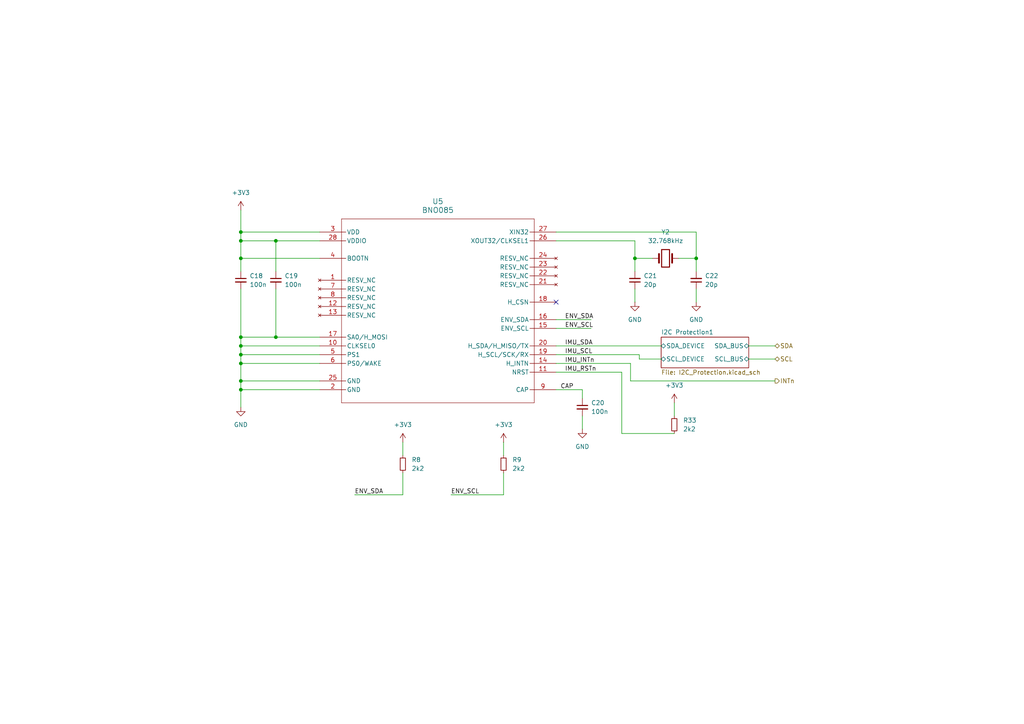
<source format=kicad_sch>
(kicad_sch (version 20231120) (generator "eeschema") (generator_version "8.0")
  (paper "A4")
  (lib_symbols
    (symbol "Argus-IC:BNO085" (pin_names (offset 0.254))
      (property "Reference" "U" (at 35.56 10.16 0))
      (property "Value" "BNO085" (at 35.56 7.62 0))
      (symbol "BNO085_0_1"
        (polyline (pts (xy 7.62 -48.26) (xy 63.5 -48.26)) (stroke (width 0.127)))
        (polyline (pts (xy 7.62 5.08) (xy 7.62 -48.26)) (stroke (width 0.127)))
        (polyline (pts (xy 63.5 -48.26) (xy 63.5 5.08)) (stroke (width 0.127)))
        (polyline (pts (xy 63.5 5.08) (xy 7.62 5.08)) (stroke (width 0.127)))
        (pin no_connect line (at 1.27 -12.7 0) (length 7.62) (name "RESV_NC") (number "1"))
        (pin input line (at 1.27 -31.75 0) (length 7.62) (name "CLKSEL0") (number "10"))
        (pin input line (at 69.85 -39.37 180) (length 7.62) (name "NRST") (number "11"))
        (pin no_connect line (at 1.27 -20.32 0) (length 7.62) (name "RESV_NC") (number "12"))
        (pin no_connect line (at 1.27 -22.86 0) (length 7.62) (name "RESV_NC") (number "13"))
        (pin output line (at 69.85 -36.83 180) (length 7.62) (name "H_INTN") (number "14"))
        (pin bidirectional line (at 69.85 -26.67 180) (length 7.62) (name "ENV_SCL") (number "15"))
        (pin bidirectional line (at 69.85 -24.13 180) (length 7.62) (name "ENV_SDA") (number "16"))
        (pin input line (at 1.27 -29.21 0) (length 7.62) (name "SA0/H_MOSI") (number "17"))
        (pin input line (at 69.85 -19.05 180) (length 7.62) (name "H_CSN") (number "18"))
        (pin bidirectional line (at 69.85 -34.29 180) (length 7.62) (name "H_SCL/SCK/RX") (number "19"))
        (pin power_out line (at 1.27 -44.45 0) (length 7.62) (name "GND") (number "2"))
        (pin bidirectional line (at 69.85 -31.75 180) (length 7.62) (name "H_SDA/H_MISO/TX") (number "20"))
        (pin no_connect line (at 69.85 -13.97 180) (length 7.62) (name "RESV_NC") (number "21"))
        (pin no_connect line (at 69.85 -11.43 180) (length 7.62) (name "RESV_NC") (number "22"))
        (pin no_connect line (at 69.85 -8.89 180) (length 7.62) (name "RESV_NC") (number "23"))
        (pin no_connect line (at 69.85 -6.35 180) (length 7.62) (name "RESV_NC") (number "24"))
        (pin power_out line (at 1.27 -41.91 0) (length 7.62) (name "GND") (number "25"))
        (pin output line (at 69.85 -1.27 180) (length 7.62) (name "XOUT32/CLKSEL1") (number "26"))
        (pin input line (at 69.85 1.27 180) (length 7.62) (name "XIN32") (number "27"))
        (pin power_in line (at 1.27 -1.27 0) (length 7.62) (name "VDDIO") (number "28"))
        (pin power_in line (at 1.27 1.27 0) (length 7.62) (name "VDD") (number "3"))
        (pin input line (at 1.27 -6.35 0) (length 7.62) (name "BOOTN") (number "4"))
        (pin input line (at 1.27 -34.29 0) (length 7.62) (name "PS1") (number "5"))
        (pin input line (at 1.27 -36.83 0) (length 7.62) (name "PS0/WAKE") (number "6"))
        (pin no_connect line (at 1.27 -15.24 0) (length 7.62) (name "RESV_NC") (number "7"))
        (pin no_connect line (at 1.27 -17.78 0) (length 7.62) (name "RESV_NC") (number "8"))
        (pin power_in line (at 69.85 -44.45 180) (length 7.62) (name "CAP") (number "9"))
      )
    )
    (symbol "Device:C_Small" (pin_numbers hide) (pin_names (offset 0.254) hide)
      (property "Reference" "C" (at 0.254 1.778 0))
      (property "Value" "C_Small" (at 0.254 -2.032 0))
      (symbol "C_Small_0_1"
        (polyline (pts (xy -1.524 -0.508) (xy 1.524 -0.508)) (stroke (width 0.3302)))
        (polyline (pts (xy -1.524 0.508) (xy 1.524 0.508)) (stroke (width 0.3048)))
      )
      (symbol "C_Small_1_1"
        (pin passive line (at 0 2.54 270) (length 2.032) (name "~") (number "1"))
        (pin passive line (at 0 -2.54 90) (length 2.032) (name "~") (number "2"))
      )
    )
    (symbol "Device:Crystal" (pin_numbers hide) (pin_names (offset 1.016) hide)
      (property "Reference" "Y" (at 0 3.81 0))
      (property "Value" "Crystal" (at 0 -3.81 0))
      (symbol "Crystal_0_1"
        (rectangle (start -1.143 2.54) (end 1.143 -2.54) (stroke (width 0.3048)))
        (polyline (pts (xy -2.54 0) (xy -1.905 0)))
        (polyline (pts (xy -1.905 -1.27) (xy -1.905 1.27)) (stroke (width 0.508)))
        (polyline (pts (xy 1.905 -1.27) (xy 1.905 1.27)) (stroke (width 0.508)))
        (polyline (pts (xy 2.54 0) (xy 1.905 0)))
      )
      (symbol "Crystal_1_1"
        (pin passive line (at -3.81 0 0) (length 1.27) (name "1") (number "1"))
        (pin passive line (at 3.81 0 180) (length 1.27) (name "2") (number "2"))
      )
    )
    (symbol "Device:R_Small" (pin_numbers hide) (pin_names (offset 0.254) hide)
      (property "Reference" "R" (at 0.762 0.508 0))
      (property "Value" "R_Small" (at 0.762 -1.016 0))
      (symbol "R_Small_0_1"
        (rectangle (start -0.762 1.778) (end 0.762 -1.778) (stroke (width 0.2032)))
      )
      (symbol "R_Small_1_1"
        (pin passive line (at 0 2.54 270) (length 0.762) (name "~") (number "1"))
        (pin passive line (at 0 -2.54 90) (length 0.762) (name "~") (number "2"))
      )
    )
    (symbol "power:+3V3" (power) (pin_numbers hide) (pin_names (offset 0) hide)
      (property "Value" "+3V3" (at 0 3.556 0))
      (symbol "+3V3_0_1"
        (polyline (pts (xy -0.762 1.27) (xy 0 2.54)))
        (polyline (pts (xy 0 0) (xy 0 2.54)))
        (polyline (pts (xy 0 2.54) (xy 0.762 1.27)))
      )
      (symbol "+3V3_1_1"
        (pin power_in line (at 0 0 90) (length 0) (name "~") (number "1"))
      )
    )
    (symbol "power:GND" (power) (pin_numbers hide) (pin_names (offset 0) hide)
      (property "Value" "GND" (at 0 -3.81 0))
      (symbol "GND_0_1"
        (polyline (pts (xy 0 0) (xy 0 -1.27) (xy 1.27 -1.27) (xy 0 -2.54) (xy -1.27 -1.27) (xy 0 -1.27)))
      )
      (symbol "GND_1_1"
        (pin power_in line (at 0 0 270) (length 0) (name "~") (number "1"))
      )
    )
  )
  (junction (at 69.85 113.03))
  (junction (at 69.85 74.93))
  (junction (at 69.85 100.33))
  (junction (at 69.85 110.49))
  (junction (at 69.85 102.87))
  (junction (at 80.01 97.79))
  (junction (at 69.85 69.85))
  (junction (at 69.85 97.79))
  (junction (at 69.85 105.41))
  (junction (at 201.93 74.93))
  (junction (at 69.85 67.31))
  (junction (at 184.15 74.93))
  (junction (at 80.01 69.85))
  (no_connect (at 161.29 87.63))
  (wire (pts (xy 69.85 83.82) (xy 69.85 97.79)))
  (wire (pts (xy 146.05 128.27) (xy 146.05 132.08)))
  (wire (pts (xy 69.85 110.49) (xy 69.85 113.03)))
  (wire (pts (xy 161.29 100.33) (xy 191.77 100.33)))
  (wire (pts (xy 69.85 69.85) (xy 80.01 69.85)))
  (wire (pts (xy 69.85 60.96) (xy 69.85 67.31)))
  (wire (pts (xy 69.85 113.03) (xy 69.85 118.11)))
  (wire (pts (xy 69.85 102.87) (xy 92.71 102.87)))
  (wire (pts (xy 69.85 67.31) (xy 92.71 67.31)))
  (wire (pts (xy 146.05 137.16) (xy 146.05 143.51)))
  (wire (pts (xy 195.58 116.84) (xy 195.58 120.65)))
  (wire (pts (xy 69.85 69.85) (xy 69.85 67.31)))
  (wire (pts (xy 69.85 74.93) (xy 92.71 74.93)))
  (wire (pts (xy 185.42 102.87) (xy 185.42 104.14)))
  (wire (pts (xy 217.17 104.14) (xy 224.79 104.14)))
  (wire (pts (xy 69.85 74.93) (xy 69.85 78.74)))
  (wire (pts (xy 161.29 102.87) (xy 185.42 102.87)))
  (wire (pts (xy 130.81 143.51) (xy 146.05 143.51)))
  (wire (pts (xy 161.29 67.31) (xy 201.93 67.31)))
  (wire (pts (xy 184.15 74.93) (xy 189.23 74.93)))
  (wire (pts (xy 102.87 143.51) (xy 116.84 143.51)))
  (wire (pts (xy 161.29 105.41) (xy 182.88 105.41)))
  (wire (pts (xy 80.01 97.79) (xy 69.85 97.79)))
  (wire (pts (xy 182.88 105.41) (xy 182.88 110.49)))
  (wire (pts (xy 168.91 113.03) (xy 168.91 115.57)))
  (wire (pts (xy 196.85 74.93) (xy 201.93 74.93)))
  (wire (pts (xy 80.01 83.82) (xy 80.01 97.79)))
  (wire (pts (xy 185.42 104.14) (xy 191.77 104.14)))
  (wire (pts (xy 161.29 92.71) (xy 171.45 92.71)))
  (wire (pts (xy 180.34 107.95) (xy 180.34 125.73)))
  (wire (pts (xy 184.15 69.85) (xy 184.15 74.93)))
  (wire (pts (xy 201.93 83.82) (xy 201.93 87.63)))
  (wire (pts (xy 161.29 113.03) (xy 168.91 113.03)))
  (wire (pts (xy 161.29 69.85) (xy 184.15 69.85)))
  (wire (pts (xy 80.01 69.85) (xy 80.01 78.74)))
  (wire (pts (xy 184.15 74.93) (xy 184.15 78.74)))
  (wire (pts (xy 201.93 67.31) (xy 201.93 74.93)))
  (wire (pts (xy 116.84 128.27) (xy 116.84 132.08)))
  (wire (pts (xy 161.29 95.25) (xy 171.45 95.25)))
  (wire (pts (xy 69.85 97.79) (xy 69.85 100.33)))
  (wire (pts (xy 116.84 137.16) (xy 116.84 143.51)))
  (wire (pts (xy 217.17 100.33) (xy 224.79 100.33)))
  (wire (pts (xy 201.93 74.93) (xy 201.93 78.74)))
  (wire (pts (xy 69.85 105.41) (xy 92.71 105.41)))
  (wire (pts (xy 69.85 102.87) (xy 69.85 105.41)))
  (wire (pts (xy 92.71 97.79) (xy 80.01 97.79)))
  (wire (pts (xy 184.15 83.82) (xy 184.15 87.63)))
  (wire (pts (xy 69.85 110.49) (xy 92.71 110.49)))
  (wire (pts (xy 69.85 100.33) (xy 69.85 102.87)))
  (wire (pts (xy 69.85 113.03) (xy 92.71 113.03)))
  (wire (pts (xy 69.85 74.93) (xy 69.85 69.85)))
  (wire (pts (xy 161.29 107.95) (xy 180.34 107.95)))
  (wire (pts (xy 69.85 100.33) (xy 92.71 100.33)))
  (wire (pts (xy 182.88 110.49) (xy 224.79 110.49)))
  (wire (pts (xy 69.85 105.41) (xy 69.85 110.49)))
  (wire (pts (xy 180.34 125.73) (xy 195.58 125.73)))
  (wire (pts (xy 80.01 69.85) (xy 92.71 69.85)))
  (wire (pts (xy 168.91 120.65) (xy 168.91 124.46)))
  (label "ENV_SDA" (at 163.83 92.71 0))
  (label "IMU_INTn" (at 163.83 105.41 0))
  (label "ENV_SCL" (at 130.81 143.51 0))
  (label "IMU_RSTn" (at 163.83 107.95 0))
  (label "ENV_SCL" (at 163.83 95.25 0))
  (label "CAP" (at 162.56 113.03 0))
  (label "IMU_SDA" (at 163.83 100.33 0))
  (label "ENV_SDA" (at 102.87 143.51 0))
  (label "IMU_SCL" (at 163.83 102.87 0))
  (hierarchical_label "INTn" (shape output) (at 224.79 110.49 0))
  (hierarchical_label "SCL" (shape bidirectional) (at 224.79 104.14 0))
  (hierarchical_label "SDA" (shape bidirectional) (at 224.79 100.33 0))
  (symbol (lib_id "power:+3V3") (at 69.85 60.96 0) (unit 1)
    (property "Reference" "#PWR043" (effects (hide yes)))
    (property "Value" "+3V3" (at 69.85 55.88 0))
    (property "Description" "Power symbol creates a global label with name \"+3V3\"" (effects (hide yes)))
  )
  (symbol (lib_id "power:GND") (at 168.91 124.46 0) (unit 1)
    (property "Reference" "#PWR065" (effects (hide yes)))
    (property "Value" "GND" (at 168.91 129.54 0))
    (property "Description" "Power symbol creates a global label with name \"GND\" , ground" (effects (hide yes)))
  )
  (symbol (lib_id "power:+3V3") (at 195.58 116.84 0) (unit 1)
    (property "Reference" "#PWR021" (effects (hide yes)))
    (property "Value" "+3V3" (at 195.58 111.76 0))
    (property "Description" "Power symbol creates a global label with name \"+3V3\"" (effects (hide yes)))
  )
  (symbol (lib_id "Device:C_Small") (at 201.93 81.28 180) (unit 1)
    (property "Reference" "C22" (at 204.47 80.0035 0) (effects (justify right)))
    (property "Value" "20p" (at 204.47 82.5435 0) (effects (justify right)))
    (property "Footprint" "Capacitor_SMD:C_0603_1608Metric" (effects (hide yes)))
    (property "Description" "Unpolarized capacitor, small symbol" (effects (hide yes)))
  )
  (symbol (lib_id "Device:Crystal") (at 193.04 74.93 180) (unit 1)
    (property "Reference" "Y2" (at 193.04 67.31 0))
    (property "Value" "32.768kHz" (at 193.04 69.85 0))
    (property "Footprint" "Crystal:Crystal_SMD_EuroQuartz_EQ161-2Pin_3.2x1.5mm" (effects (hide yes)))
    (property "Description" "Two pin crystal" (effects (hide yes)))
  )
  (symbol (lib_id "power:+3V3") (at 146.05 128.27 0) (unit 1)
    (property "Reference" "#PWR063" (effects (hide yes)))
    (property "Value" "+3V3" (at 146.05 123.19 0))
    (property "Description" "Power symbol creates a global label with name \"+3V3\"" (effects (hide yes)))
  )
  (symbol (lib_id "Argus-IC:BNO085") (at 91.44 68.58 0) (unit 1)
    (property "Reference" "U5" (at 127 58.42 0) (effects (font (size 1.524 1.524))))
    (property "Value" "BNO085" (at 127 60.96 0) (effects (font (size 1.524 1.524))))
    (property "Footprint" "Package_LGA:LGA-28_5.2x3.8mm_P0.5mm" (effects (hide yes)))
    (property "Datasheet" "BNO085" (effects (hide yes)))
  )
  (symbol (lib_id "Device:C_Small") (at 69.85 81.28 0) (unit 1)
    (property "Reference" "C18" (at 72.39 80.0162 0) (effects (justify left)))
    (property "Value" "100n" (at 72.39 82.5562 0) (effects (justify left)))
    (property "Footprint" "Capacitor_SMD:C_0603_1608Metric" (effects (hide yes)))
    (property "Description" "Unpolarized capacitor, small symbol" (effects (hide yes)))
  )
  (symbol (lib_id "power:+3V3") (at 116.84 128.27 0) (unit 1)
    (property "Reference" "#PWR044" (effects (hide yes)))
    (property "Value" "+3V3" (at 116.84 123.19 0))
    (property "Description" "Power symbol creates a global label with name \"+3V3\"" (effects (hide yes)))
  )
  (symbol (lib_id "Device:C_Small") (at 80.01 81.28 0) (unit 1)
    (property "Reference" "C19" (at 82.55 80.0162 0) (effects (justify left)))
    (property "Value" "100n" (at 82.55 82.5562 0) (effects (justify left)))
    (property "Footprint" "Capacitor_SMD:C_0603_1608Metric" (effects (hide yes)))
    (property "Description" "Unpolarized capacitor, small symbol" (effects (hide yes)))
  )
  (symbol (lib_id "power:GND") (at 184.15 87.63 0) (unit 1)
    (property "Reference" "#PWR066" (effects (hide yes)))
    (property "Value" "GND" (at 184.15 92.71 0))
    (property "Description" "Power symbol creates a global label with name \"GND\" , ground" (effects (hide yes)))
  )
  (symbol (lib_id "power:GND") (at 201.93 87.63 0) (unit 1)
    (property "Reference" "#PWR067" (effects (hide yes)))
    (property "Value" "GND" (at 201.93 92.71 0))
    (property "Description" "Power symbol creates a global label with name \"GND\" , ground" (effects (hide yes)))
  )
  (symbol (lib_id "Device:R_Small") (at 146.05 134.62 0) (unit 1)
    (property "Reference" "R9" (at 148.59 133.3499 0) (effects (justify left)))
    (property "Value" "2k2" (at 148.59 135.8899 0) (effects (justify left)))
    (property "Footprint" "Resistor_SMD:R_0603_1608Metric" (effects (hide yes)))
    (property "Description" "Resistor, small symbol" (effects (hide yes)))
  )
  (symbol (lib_id "Device:C_Small") (at 184.15 81.28 180) (unit 1)
    (property "Reference" "C21" (at 186.69 80.0035 0) (effects (justify right)))
    (property "Value" "20p" (at 186.69 82.5435 0) (effects (justify right)))
    (property "Footprint" "Capacitor_SMD:C_0603_1608Metric" (effects (hide yes)))
    (property "Description" "Unpolarized capacitor, small symbol" (effects (hide yes)))
  )
  (symbol (lib_id "Device:R_Small") (at 116.84 134.62 0) (unit 1)
    (property "Reference" "R8" (at 119.38 133.3499 0) (effects (justify left)))
    (property "Value" "2k2" (at 119.38 135.8899 0) (effects (justify left)))
    (property "Footprint" "Resistor_SMD:R_0603_1608Metric" (effects (hide yes)))
    (property "Description" "Resistor, small symbol" (effects (hide yes)))
  )
  (symbol (lib_id "Device:R_Small") (at 195.58 123.19 0) (unit 1)
    (property "Reference" "R33" (at 198.12 121.9199 0) (effects (justify left)))
    (property "Value" "2k2" (at 198.12 124.4599 0) (effects (justify left)))
    (property "Footprint" "Resistor_SMD:R_0603_1608Metric" (effects (hide yes)))
    (property "Description" "Resistor, small symbol" (effects (hide yes)))
  )
  (symbol (lib_id "power:GND") (at 69.85 118.11 0) (unit 1)
    (property "Reference" "#PWR064" (effects (hide yes)))
    (property "Value" "GND" (at 69.85 123.19 0))
    (property "Description" "Power symbol creates a global label with name \"GND\" , ground" (effects (hide yes)))
  )
  (symbol (lib_id "Device:C_Small") (at 168.91 118.11 0) (unit 1)
    (property "Reference" "C20" (at 171.45 116.8462 0) (effects (justify left)))
    (property "Value" "100n" (at 171.45 119.3862 0) (effects (justify left)))
    (property "Footprint" "Capacitor_SMD:C_0603_1608Metric" (effects (hide yes)))
    (property "Description" "Unpolarized capacitor, small symbol" (effects (hide yes)))
  )
  (sheet (at 191.77 97.79) (size 25.4 8.89) (stroke (width 0.1524))
    (property "Sheetname" "I2C Protection1" (at 191.77 97.0784 0) (effects (justify left bottom)))
    (property "Sheetfile" "I2C_Protection.kicad_sch" (at 191.77 107.2646 0) (effects (justify left top)))
    (pin "SDA_DEVICE" bidirectional (at 191.77 100.33 180))
    (pin "SCL_DEVICE" bidirectional (at 191.77 104.14 180))
    (pin "SDA_BUS" bidirectional (at 217.17 100.33 0))
    (pin "SCL_BUS" bidirectional (at 217.17 104.14 0))
  )
)
</source>
